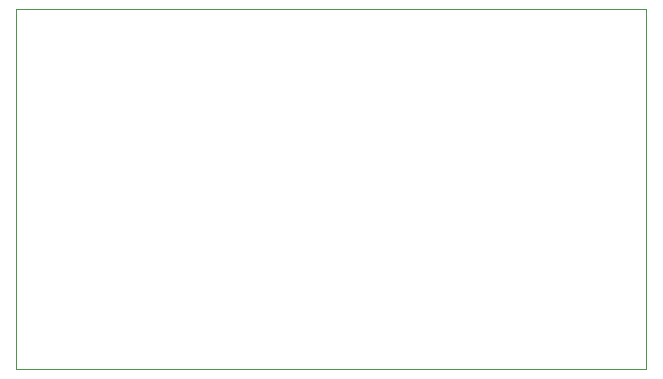
<source format=gbr>
%TF.GenerationSoftware,KiCad,Pcbnew,(5.1.7)-1*%
%TF.CreationDate,2020-12-07T21:27:36+00:00*%
%TF.ProjectId,PiezzCircuit,5069657a-7a43-4697-9263-7569742e6b69,rev?*%
%TF.SameCoordinates,Original*%
%TF.FileFunction,Profile,NP*%
%FSLAX46Y46*%
G04 Gerber Fmt 4.6, Leading zero omitted, Abs format (unit mm)*
G04 Created by KiCad (PCBNEW (5.1.7)-1) date 2020-12-07 21:27:36*
%MOMM*%
%LPD*%
G01*
G04 APERTURE LIST*
%TA.AperFunction,Profile*%
%ADD10C,0.100000*%
%TD*%
G04 APERTURE END LIST*
D10*
X88900000Y-48260000D02*
X35560000Y-48260000D01*
X35560000Y-48260000D02*
X35560000Y-17780000D01*
X35560000Y-17780000D02*
X88900000Y-17780000D01*
X88900000Y-17780000D02*
X88900000Y-48260000D01*
M02*

</source>
